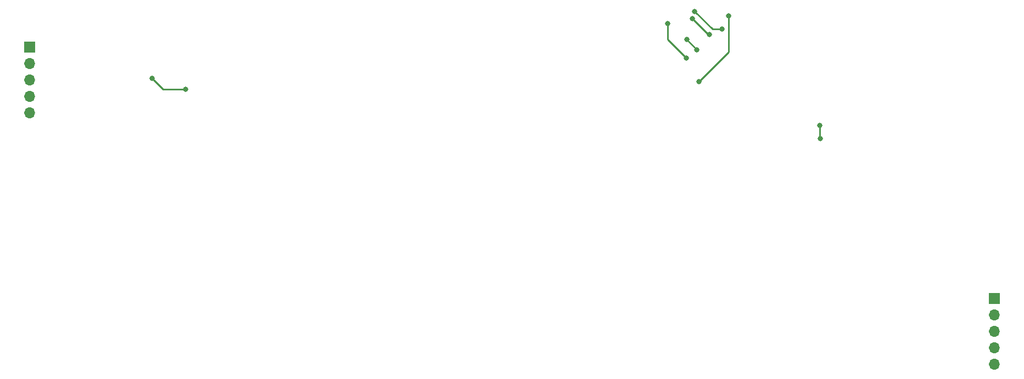
<source format=gbr>
%TF.GenerationSoftware,KiCad,Pcbnew,(6.0.9)*%
%TF.CreationDate,2023-03-10T17:43:12+02:00*%
%TF.ProjectId,RA_CA_2023_6,52415f43-415f-4323-9032-335f362e6b69,rev?*%
%TF.SameCoordinates,Original*%
%TF.FileFunction,Copper,L2,Bot*%
%TF.FilePolarity,Positive*%
%FSLAX46Y46*%
G04 Gerber Fmt 4.6, Leading zero omitted, Abs format (unit mm)*
G04 Created by KiCad (PCBNEW (6.0.9)) date 2023-03-10 17:43:12*
%MOMM*%
%LPD*%
G01*
G04 APERTURE LIST*
%TA.AperFunction,ComponentPad*%
%ADD10R,1.700000X1.700000*%
%TD*%
%TA.AperFunction,ComponentPad*%
%ADD11O,1.700000X1.700000*%
%TD*%
%TA.AperFunction,ViaPad*%
%ADD12C,0.800000*%
%TD*%
%TA.AperFunction,Conductor*%
%ADD13C,0.250000*%
%TD*%
G04 APERTURE END LIST*
D10*
%TO.P,J1,1,Pin_1*%
%TO.N,Net-(J1-Pad1)*%
X47830000Y-72170000D03*
D11*
%TO.P,J1,2,Pin_2*%
%TO.N,Net-(J1-Pad2)*%
X47830000Y-74710000D03*
%TO.P,J1,3,Pin_3*%
%TO.N,Net-(J1-Pad3)*%
X47830000Y-77250000D03*
%TO.P,J1,4,Pin_4*%
%TO.N,Net-(J1-Pad4)*%
X47830000Y-79790000D03*
%TO.P,J1,5,Pin_5*%
%TO.N,Net-(J1-Pad5)*%
X47830000Y-82330000D03*
%TD*%
D10*
%TO.P,J2,1,Pin_1*%
%TO.N,Net-(J2-Pad1)*%
X196520000Y-111095000D03*
D11*
%TO.P,J2,2,Pin_2*%
%TO.N,Net-(J2-Pad2)*%
X196520000Y-113635000D03*
%TO.P,J2,3,Pin_3*%
%TO.N,Net-(J2-Pad3)*%
X196520000Y-116175000D03*
%TO.P,J2,4,Pin_4*%
%TO.N,Net-(J2-Pad4)*%
X196520000Y-118715000D03*
%TO.P,J2,5,Pin_5*%
%TO.N,Net-(J2-Pad5)*%
X196520000Y-121255000D03*
%TD*%
D12*
%TO.N,Net-(J2-Pad5)*%
X169680000Y-86310000D03*
X169630000Y-84325500D03*
X149100000Y-71010000D03*
X150660000Y-72610000D03*
%TO.N,Net-(J1-Pad1)*%
X66700000Y-77010000D03*
X71850000Y-78690000D03*
%TO.N,Net-(J1-Pad3)*%
X146190000Y-68540000D03*
X149080000Y-73870000D03*
%TO.N,Net-(J2-Pad1)*%
X150340000Y-66690000D03*
X154520000Y-69430000D03*
X154520000Y-69430000D03*
%TO.N,Net-(J2-Pad2)*%
X152620000Y-70260000D03*
X150010000Y-67790000D03*
%TO.N,Net-(J2-Pad4)*%
X155560000Y-67370000D03*
X150960000Y-77520000D03*
%TD*%
D13*
%TO.N,Net-(J2-Pad5)*%
X169630000Y-86260000D02*
X169680000Y-86310000D01*
X169630000Y-84325500D02*
X169630000Y-86260000D01*
X149100000Y-71010000D02*
X149100000Y-71050000D01*
X149100000Y-71050000D02*
X150660000Y-72610000D01*
%TO.N,Net-(J1-Pad1)*%
X68380000Y-78690000D02*
X66700000Y-77010000D01*
X71850000Y-78690000D02*
X68380000Y-78690000D01*
%TO.N,Net-(J1-Pad3)*%
X146190000Y-68540000D02*
X146190000Y-70980000D01*
X146190000Y-70980000D02*
X149080000Y-73870000D01*
%TO.N,Net-(J2-Pad1)*%
X154520000Y-69430000D02*
X153080000Y-69430000D01*
X153080000Y-69430000D02*
X150340000Y-66690000D01*
%TO.N,Net-(J2-Pad2)*%
X152480000Y-70260000D02*
X152620000Y-70260000D01*
X150010000Y-67790000D02*
X152480000Y-70260000D01*
%TO.N,Net-(J2-Pad4)*%
X155560000Y-72920000D02*
X155560000Y-67370000D01*
X150960000Y-77520000D02*
X155560000Y-72920000D01*
%TD*%
M02*

</source>
